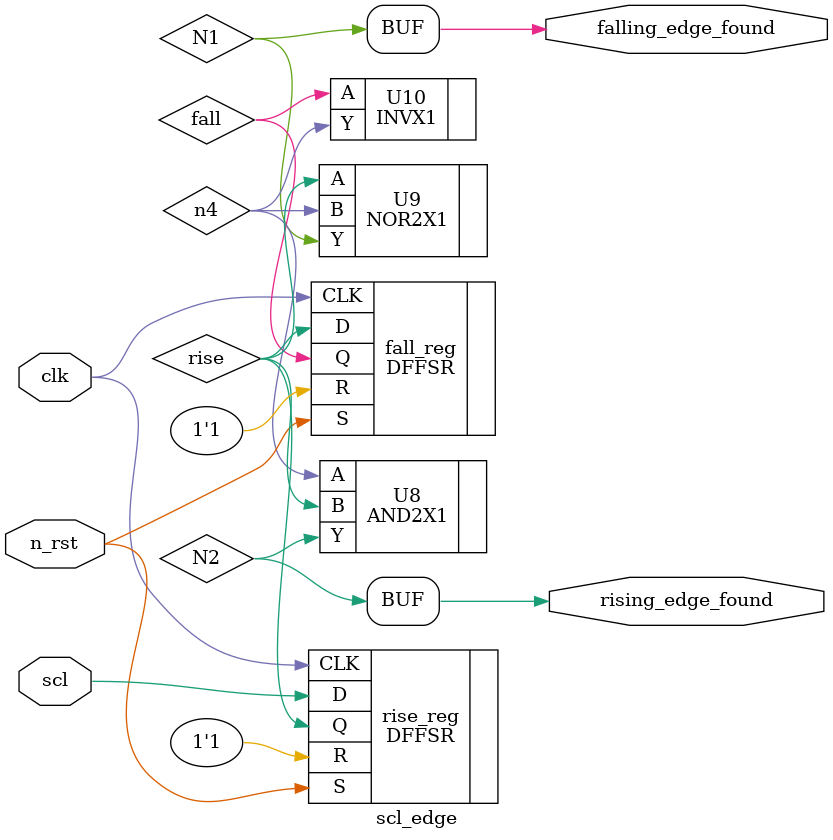
<source format=v>

module scl_edge ( clk, n_rst, scl, falling_edge_found, rising_edge_found );
  input clk, n_rst, scl;
  output falling_edge_found, rising_edge_found;
  wire   rise, fall, N1, N2, n4;
  assign falling_edge_found = N1;
  assign rising_edge_found = N2;

  DFFSR rise_reg ( .D(scl), .CLK(clk), .R(1'b1), .S(n_rst), .Q(rise) );
  DFFSR fall_reg ( .D(rise), .CLK(clk), .R(1'b1), .S(n_rst), .Q(fall) );
  AND2X1 U8 ( .A(n4), .B(rise), .Y(N2) );
  NOR2X1 U9 ( .A(rise), .B(n4), .Y(N1) );
  INVX1 U10 ( .A(fall), .Y(n4) );
endmodule


</source>
